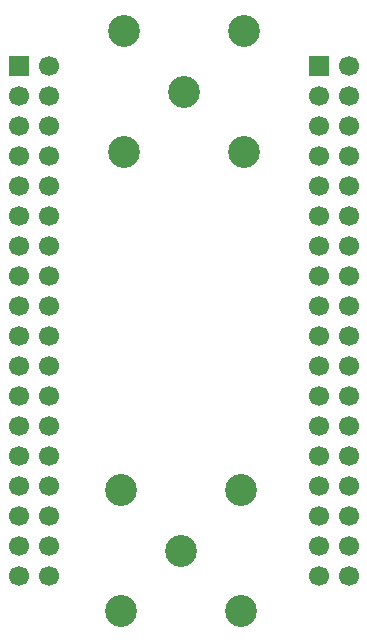
<source format=gbs>
G04 Layer_Color=16711935*
%FSLAX42Y42*%
%MOMM*%
G71*
G01*
G75*
%ADD34C,1.70*%
%ADD35R,1.70X1.70*%
%ADD36C,2.70*%
D34*
X19329Y5131D02*
D03*
X19075D02*
D03*
X19329Y5385D02*
D03*
X19075D02*
D03*
X19329Y5639D02*
D03*
X19075D02*
D03*
X19329Y5893D02*
D03*
X19075D02*
D03*
X19329Y6147D02*
D03*
X19075D02*
D03*
X19329Y6401D02*
D03*
X19075D02*
D03*
X19329Y6655D02*
D03*
X19075D02*
D03*
X19329Y6909D02*
D03*
X19075D02*
D03*
X19329Y7163D02*
D03*
X19075D02*
D03*
X19329Y7417D02*
D03*
X19075D02*
D03*
X19329Y7671D02*
D03*
X19075D02*
D03*
X19329Y7925D02*
D03*
X19075D02*
D03*
X19329Y8179D02*
D03*
X19075D02*
D03*
X19329Y8433D02*
D03*
X19075D02*
D03*
X19329Y8687D02*
D03*
X19075D02*
D03*
X19329Y8941D02*
D03*
X19075D02*
D03*
X19329Y9195D02*
D03*
X19075D02*
D03*
X19329Y9449D02*
D03*
X21869Y5131D02*
D03*
X21615D02*
D03*
X21869Y5385D02*
D03*
X21615D02*
D03*
X21869Y5639D02*
D03*
X21615D02*
D03*
X21869Y5893D02*
D03*
X21615D02*
D03*
X21869Y6147D02*
D03*
X21615D02*
D03*
X21869Y6401D02*
D03*
X21615D02*
D03*
X21869Y6655D02*
D03*
X21615D02*
D03*
X21869Y6909D02*
D03*
X21615D02*
D03*
X21869Y7163D02*
D03*
X21615D02*
D03*
X21869Y7417D02*
D03*
X21615D02*
D03*
X21869Y7671D02*
D03*
X21615D02*
D03*
X21869Y7925D02*
D03*
X21615D02*
D03*
X21869Y8179D02*
D03*
X21615D02*
D03*
X21869Y8433D02*
D03*
X21615D02*
D03*
X21869Y8687D02*
D03*
X21615D02*
D03*
X21869Y8941D02*
D03*
X21615D02*
D03*
X21869Y9195D02*
D03*
X21615D02*
D03*
X21869Y9449D02*
D03*
D35*
X19075D02*
D03*
X21615D02*
D03*
D36*
X20472Y9233D02*
D03*
X19964Y9746D02*
D03*
Y8725D02*
D03*
X20985D02*
D03*
Y9746D02*
D03*
X20447Y5347D02*
D03*
X19939Y5860D02*
D03*
Y4839D02*
D03*
X20960D02*
D03*
Y5860D02*
D03*
M02*

</source>
